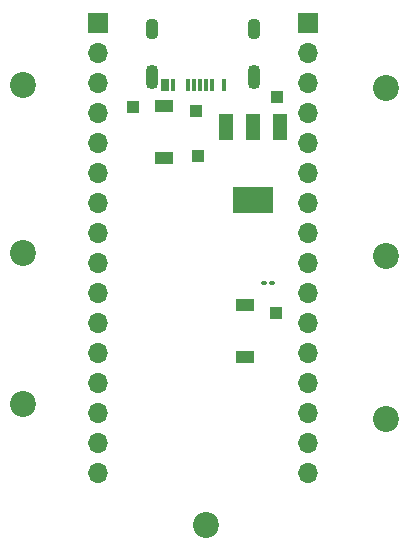
<source format=gbr>
%TF.GenerationSoftware,KiCad,Pcbnew,9.0.0*%
%TF.CreationDate,2025-05-15T12:24:39+09:00*%
%TF.ProjectId,Raspberry Pi Pico(Designed By TORICA),52617370-6265-4727-9279-205069205069,rev?*%
%TF.SameCoordinates,Original*%
%TF.FileFunction,Soldermask,Bot*%
%TF.FilePolarity,Negative*%
%FSLAX46Y46*%
G04 Gerber Fmt 4.6, Leading zero omitted, Abs format (unit mm)*
G04 Created by KiCad (PCBNEW 9.0.0) date 2025-05-15 12:24:39*
%MOMM*%
%LPD*%
G01*
G04 APERTURE LIST*
G04 Aperture macros list*
%AMRoundRect*
0 Rectangle with rounded corners*
0 $1 Rounding radius*
0 $2 $3 $4 $5 $6 $7 $8 $9 X,Y pos of 4 corners*
0 Add a 4 corners polygon primitive as box body*
4,1,4,$2,$3,$4,$5,$6,$7,$8,$9,$2,$3,0*
0 Add four circle primitives for the rounded corners*
1,1,$1+$1,$2,$3*
1,1,$1+$1,$4,$5*
1,1,$1+$1,$6,$7*
1,1,$1+$1,$8,$9*
0 Add four rect primitives between the rounded corners*
20,1,$1+$1,$2,$3,$4,$5,0*
20,1,$1+$1,$4,$5,$6,$7,0*
20,1,$1+$1,$6,$7,$8,$9,0*
20,1,$1+$1,$8,$9,$2,$3,0*%
G04 Aperture macros list end*
%ADD10C,2.200000*%
%ADD11R,1.700000X1.700000*%
%ADD12O,1.700000X1.700000*%
%ADD13RoundRect,0.100000X0.130000X0.100000X-0.130000X0.100000X-0.130000X-0.100000X0.130000X-0.100000X0*%
%ADD14R,1.000000X1.000000*%
%ADD15R,0.300000X1.140000*%
%ADD16O,1.100000X1.800000*%
%ADD17O,1.100000X2.100000*%
%ADD18R,1.600000X1.050000*%
%ADD19R,1.200000X2.200000*%
%ADD20R,3.500000X2.200000*%
G04 APERTURE END LIST*
D10*
%TO.C,REF\u002A\u002A*%
X165500000Y-86000000D03*
%TD*%
%TO.C,REF\u002A\u002A*%
X165500000Y-114000000D03*
%TD*%
D11*
%TO.C,J2*%
X141110000Y-80500000D03*
D12*
X141110000Y-83040000D03*
X141110000Y-85580000D03*
X141110000Y-88120000D03*
X141110000Y-90660000D03*
X141110000Y-93200000D03*
X141110000Y-95740000D03*
X141110000Y-98280000D03*
X141110000Y-100820000D03*
X141110000Y-103360000D03*
X141110000Y-105900000D03*
X141110000Y-108440000D03*
X141110000Y-110980000D03*
X141110000Y-113520000D03*
X141110000Y-116060000D03*
X141110000Y-118600000D03*
%TD*%
D10*
%TO.C,REF\u002A\u002A*%
X165500000Y-100250000D03*
%TD*%
D11*
%TO.C,J4*%
X158890000Y-80500000D03*
D12*
X158890000Y-83040000D03*
X158890000Y-85580000D03*
X158890000Y-88120000D03*
X158890000Y-90660000D03*
X158890000Y-93200000D03*
X158890000Y-95740000D03*
X158890000Y-98280000D03*
X158890000Y-100820000D03*
X158890000Y-103360000D03*
X158890000Y-105900000D03*
X158890000Y-108440000D03*
X158890000Y-110980000D03*
X158890000Y-113520000D03*
X158890000Y-116060000D03*
X158890000Y-118600000D03*
%TD*%
D10*
%TO.C,REF\u002A\u002A*%
X134750000Y-100000000D03*
%TD*%
%TO.C,REF\u002A\u002A*%
X150250000Y-123000000D03*
%TD*%
%TO.C,REF\u002A\u002A*%
X134750000Y-85750000D03*
%TD*%
%TO.C,REF\u002A\u002A*%
X134750000Y-112750000D03*
%TD*%
D13*
%TO.C,D1*%
X155820000Y-102500000D03*
X155180000Y-102500000D03*
%TD*%
D14*
%TO.C,T1*%
X144100000Y-87600000D03*
%TD*%
D15*
%TO.C,J1*%
X146650000Y-85750000D03*
X147450000Y-85750000D03*
X148750000Y-85750000D03*
X149750000Y-85750000D03*
X150250000Y-85750000D03*
X151750000Y-85750000D03*
X150750000Y-85750000D03*
X149250000Y-85750000D03*
X146950000Y-85750000D03*
D16*
X145680000Y-81000000D03*
D17*
X145680000Y-85090000D03*
D16*
X154320000Y-81000000D03*
D17*
X154320000Y-85090000D03*
%TD*%
D18*
%TO.C,SW1*%
X146750000Y-87525000D03*
X146750000Y-91975000D03*
%TD*%
D14*
%TO.C,T3*%
X149450000Y-88000000D03*
%TD*%
%TO.C,T2*%
X156200000Y-105050000D03*
%TD*%
%TO.C,T5*%
X156250000Y-86750000D03*
%TD*%
D18*
%TO.C,SW2*%
X153600000Y-108800000D03*
X153600000Y-104350000D03*
%TD*%
D14*
%TO.C,T4*%
X149550000Y-91800000D03*
%TD*%
D19*
%TO.C,U3*%
X151950000Y-89300000D03*
X154250000Y-89300000D03*
D20*
X154250000Y-95500000D03*
D19*
X156550000Y-89300000D03*
%TD*%
M02*

</source>
